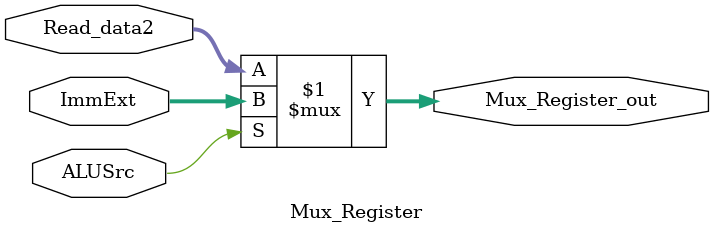
<source format=v>
module Mux_Register(
    input [31:0] Read_data2,
    input [31:0] ImmExt,
    input ALUSrc,
    output [31:0] Mux_Register_out
);
assign Mux_Register_out= (ALUSrc)? ImmExt: Read_data2;
endmodule
</source>
